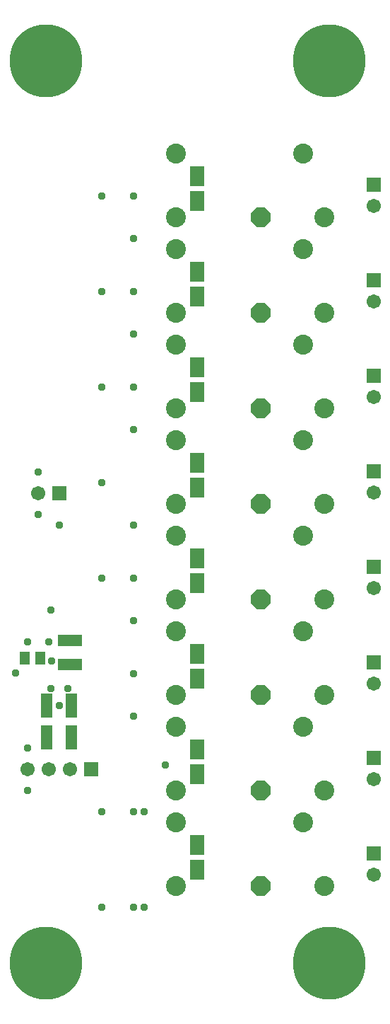
<source format=gbs>
G04 EAGLE Gerber RS-274X export*
G75*
%MOMM*%
%FSLAX34Y34*%
%LPD*%
%INSoldermask Bottom*%
%IPPOS*%
%AMOC8*
5,1,8,0,0,1.08239X$1,22.5*%
G01*
G04 Define Apertures*
%ADD10R,1.756800X2.401000*%
%ADD11R,1.703200X1.703200*%
%ADD12C,1.703200*%
%ADD13R,1.234400X1.623400*%
%ADD14C,2.387600*%
%ADD15P,2.58431X8X22.5*%
%ADD16C,3.403200*%
%ADD17C,8.703200*%
%ADD18R,2.918500X1.367800*%
%ADD19R,1.367800X2.918500*%
%ADD20C,0.959600*%
D10*
X241300Y1001751D03*
X241300Y971829D03*
X241300Y887451D03*
X241300Y857529D03*
X241300Y773151D03*
X241300Y743229D03*
X241300Y658851D03*
X241300Y628929D03*
X241300Y544551D03*
X241300Y514629D03*
X241300Y430251D03*
X241300Y400329D03*
X241300Y315951D03*
X241300Y286029D03*
X241300Y201651D03*
X241300Y171729D03*
D11*
X114300Y292100D03*
D12*
X88900Y292100D03*
X63500Y292100D03*
X38100Y292100D03*
D11*
X453390Y191770D03*
D12*
X453390Y166370D03*
D11*
X76200Y622300D03*
D12*
X50800Y622300D03*
D11*
X453390Y991870D03*
D12*
X453390Y966470D03*
D11*
X453390Y877570D03*
D12*
X453390Y852170D03*
D11*
X453390Y763270D03*
D12*
X453390Y737870D03*
D11*
X453390Y648970D03*
D12*
X453390Y623570D03*
D11*
X453390Y534670D03*
D12*
X453390Y509270D03*
D11*
X453390Y420370D03*
D12*
X453390Y394970D03*
D11*
X453390Y306070D03*
D12*
X453390Y280670D03*
D13*
X35255Y425450D03*
X53645Y425450D03*
D14*
X215900Y952500D03*
X215900Y1028700D03*
D15*
X317500Y952500D03*
D14*
X393700Y952500D03*
X368300Y1028700D03*
X215900Y838200D03*
X215900Y914400D03*
D15*
X317500Y838200D03*
D14*
X393700Y838200D03*
X368300Y914400D03*
X215900Y723900D03*
X215900Y800100D03*
D15*
X317500Y723900D03*
D14*
X393700Y723900D03*
X368300Y800100D03*
X215900Y609600D03*
X215900Y685800D03*
D15*
X317500Y609600D03*
D14*
X393700Y609600D03*
X368300Y685800D03*
X215900Y495300D03*
X215900Y571500D03*
D15*
X317500Y495300D03*
D14*
X393700Y495300D03*
X368300Y571500D03*
X215900Y381000D03*
X215900Y457200D03*
D15*
X317500Y381000D03*
D14*
X393700Y381000D03*
X368300Y457200D03*
X215900Y266700D03*
X215900Y342900D03*
D15*
X317500Y266700D03*
D14*
X393700Y266700D03*
X368300Y342900D03*
X215900Y152400D03*
X215900Y228600D03*
D15*
X317500Y152400D03*
D14*
X393700Y152400D03*
X368300Y228600D03*
D16*
X60000Y60000D03*
D17*
X60000Y60000D03*
D16*
X60000Y1140000D03*
D17*
X60000Y1140000D03*
D16*
X400000Y1140000D03*
D17*
X400000Y1140000D03*
D16*
X400000Y60000D03*
D17*
X400000Y60000D03*
D18*
X88900Y417046D03*
X88900Y446554D03*
D19*
X61446Y368300D03*
X90954Y368300D03*
X90954Y330200D03*
X61446Y330200D03*
D20*
X67310Y421640D03*
X76200Y368300D03*
X165100Y927100D03*
X165100Y469900D03*
X165100Y355600D03*
X165100Y127000D03*
X165100Y241300D03*
X165100Y584200D03*
X165100Y698500D03*
X165100Y812800D03*
X203200Y297180D03*
X66040Y388620D03*
X86360Y388620D03*
X66318Y482600D03*
X127000Y520700D03*
X50800Y596900D03*
X50800Y647700D03*
X76200Y584200D03*
X127000Y635000D03*
X165100Y520700D03*
X63500Y444500D03*
X38100Y444500D03*
X165100Y406400D03*
X38100Y317500D03*
X177800Y241300D03*
X127000Y241300D03*
X38100Y266700D03*
X127000Y127000D03*
X177800Y127000D03*
X127000Y749300D03*
X165100Y749300D03*
X127000Y863600D03*
X165100Y863600D03*
X127000Y977900D03*
X165100Y977900D03*
X24130Y407670D03*
M02*

</source>
